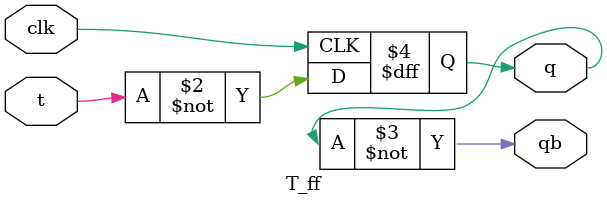
<source format=v>
`timescale 1ns / 1ps

module T_ff(
input t,clk,
output reg q,
output qb
    ); 
    always@(posedge clk)
 begin
q<=(~t);
 end
 assign qb = ~q;
endmodule


</source>
